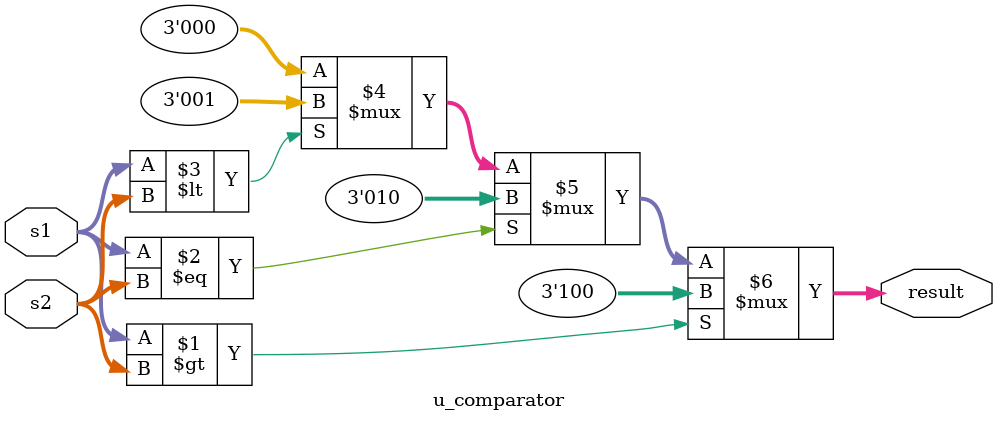
<source format=v>
/*
 * @Author: J-zenk
 * @Date:   2019-10-28 15:51
 * @Last Modified by: J-zenk
 * @Last Modified time: 2019-11-08 09:33:48
 * @Describe: comparator  module
 */
module comparator(
    input       [31:0] comparator_s1,
    input       [31:0] comparator_s2,
    output reg  [2:0]  comparator_result,
    output      [2:0]  ucomparator_result
);

u_comparator sub_comp(.s1(comparator_s1), .s2(comparator_s2), .result(ucomparator_result));

always @(*) begin
    if(comparator_s1[31] != comparator_s2[31])   //comparator_s1, comparator_s2 have oppsite signs
        if(comparator_s1[31])                    //comparator_s1 is smaller
            comparator_result = 3'b001;
        else
            comparator_result = 3'b100;
    else                              //comparator_s1, comparator_s2 have same signs
        comparator_result = ucomparator_result;
end

endmodule // comparator

/*
 * @Author: J-zenk
 * @Date:   2019-10-28 15:51
 * @Last Modified by: J-zenk
 * @Last Modified time: 2019-11-08 09:33:48
 * @Describe: u_comparator  module
 */
module u_comparator(
    input   [31:0] s1,
    input   [31:0] s2,
    output  [2:0]  result
);

assign result = (s1 >  s2) ? 3'b100 :
                (s1 == s2) ? 3'b010 :
                (s1 <  s2) ? 3'b001 :
                3'b0;

endmodule
</source>
